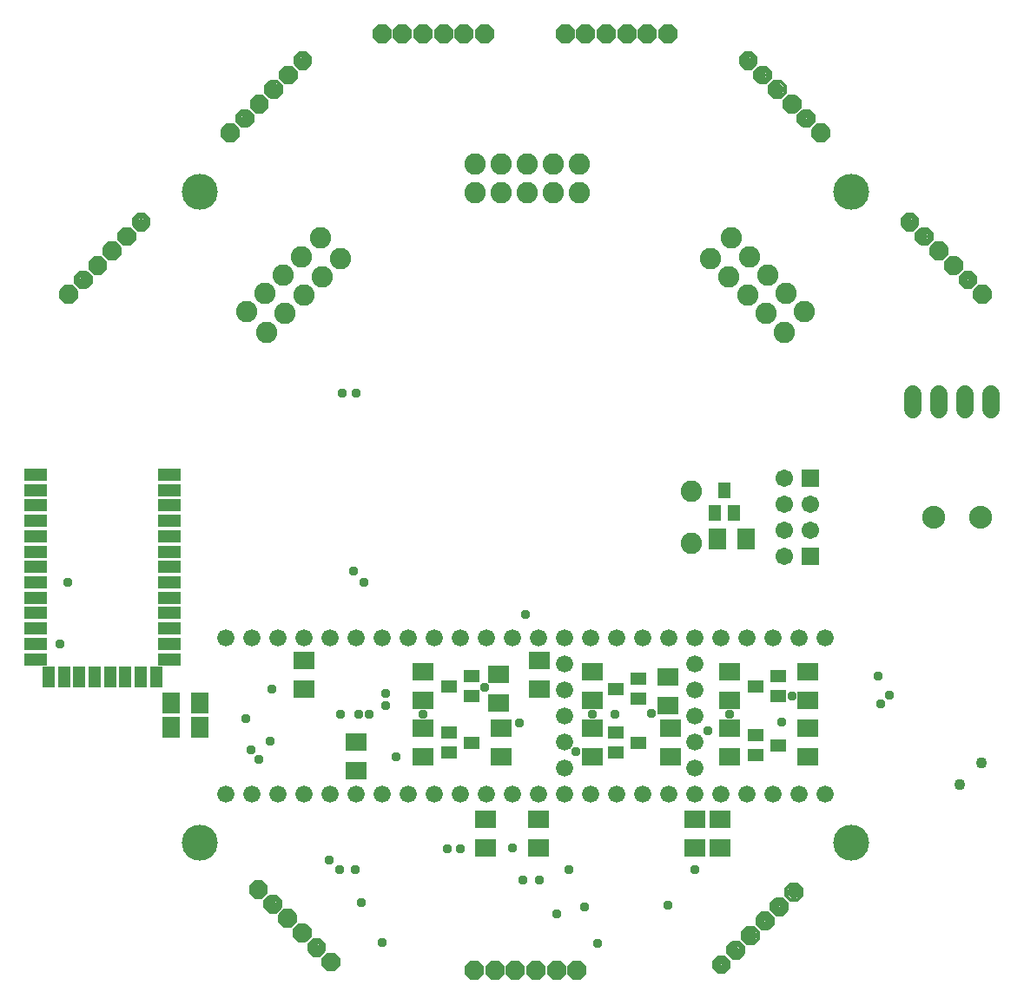
<source format=gbs>
G75*
%MOIN*%
%OFA0B0*%
%FSLAX25Y25*%
%IPPOS*%
%LPD*%
%AMOC8*
5,1,8,0,0,1.08239X$1,22.5*
%
%ADD10C,0.06800*%
%ADD11C,0.08200*%
%ADD12C,0.08800*%
%ADD13C,0.01480*%
%ADD14OC8,0.07400*%
%ADD15R,0.06312X0.04737*%
%ADD16R,0.07887X0.07099*%
%ADD17R,0.07099X0.07887*%
%ADD18C,0.04343*%
%ADD19C,0.06600*%
%ADD20R,0.08674X0.04737*%
%ADD21R,0.04737X0.07887*%
%ADD22R,0.06737X0.06737*%
%ADD23C,0.06737*%
%ADD24R,0.04737X0.06312*%
%ADD25C,0.13792*%
%ADD26C,0.03778*%
D10*
X0346972Y0281031D02*
X0346972Y0287031D01*
X0356972Y0287031D02*
X0356972Y0281031D01*
X0366972Y0281031D02*
X0366972Y0287031D01*
X0376972Y0287031D02*
X0376972Y0281031D01*
D11*
X0305456Y0318562D03*
X0298385Y0325633D03*
X0291314Y0332704D03*
X0284243Y0339775D03*
X0277172Y0346846D03*
X0269394Y0339068D03*
X0276465Y0331997D03*
X0283536Y0324926D03*
X0290607Y0317855D03*
X0297678Y0310784D03*
X0261835Y0249740D03*
X0261835Y0229740D03*
X0127307Y0339068D03*
X0120236Y0331997D03*
X0113165Y0324926D03*
X0106094Y0317855D03*
X0099023Y0310784D03*
X0091244Y0318562D03*
X0098315Y0325633D03*
X0105386Y0332704D03*
X0112458Y0339775D03*
X0119529Y0346846D03*
X0178843Y0364161D03*
X0178843Y0375161D03*
X0188843Y0375161D03*
X0198843Y0375161D03*
X0208843Y0375161D03*
X0218843Y0375161D03*
X0218843Y0364161D03*
X0208843Y0364161D03*
X0198843Y0364161D03*
X0188843Y0364161D03*
D12*
X0355055Y0239740D03*
X0373055Y0239740D03*
D13*
X0095362Y0098890D02*
X0094622Y0099630D01*
X0097074Y0099630D01*
X0098807Y0097897D01*
X0098807Y0095445D01*
X0097074Y0093712D01*
X0094622Y0093712D01*
X0092889Y0095445D01*
X0092889Y0097897D01*
X0094622Y0099630D01*
X0095082Y0098520D01*
X0096614Y0098520D01*
X0097697Y0097437D01*
X0097697Y0095905D01*
X0096614Y0094822D01*
X0095082Y0094822D01*
X0093999Y0095905D01*
X0093999Y0097437D01*
X0095082Y0098520D01*
X0095542Y0097410D01*
X0096154Y0097410D01*
X0096587Y0096977D01*
X0096587Y0096365D01*
X0096154Y0095932D01*
X0095542Y0095932D01*
X0095109Y0096365D01*
X0095109Y0096977D01*
X0095542Y0097410D01*
X0100930Y0093323D02*
X0100190Y0094063D01*
X0102642Y0094063D01*
X0104375Y0092330D01*
X0104375Y0089878D01*
X0102642Y0088145D01*
X0100190Y0088145D01*
X0098457Y0089878D01*
X0098457Y0092330D01*
X0100190Y0094063D01*
X0100650Y0092953D01*
X0102182Y0092953D01*
X0103265Y0091870D01*
X0103265Y0090338D01*
X0102182Y0089255D01*
X0100650Y0089255D01*
X0099567Y0090338D01*
X0099567Y0091870D01*
X0100650Y0092953D01*
X0101110Y0091843D01*
X0101722Y0091843D01*
X0102155Y0091410D01*
X0102155Y0090798D01*
X0101722Y0090365D01*
X0101110Y0090365D01*
X0100677Y0090798D01*
X0100677Y0091410D01*
X0101110Y0091843D01*
X0106498Y0087755D02*
X0105758Y0088495D01*
X0108210Y0088495D01*
X0109943Y0086762D01*
X0109943Y0084310D01*
X0108210Y0082577D01*
X0105758Y0082577D01*
X0104025Y0084310D01*
X0104025Y0086762D01*
X0105758Y0088495D01*
X0106218Y0087385D01*
X0107750Y0087385D01*
X0108833Y0086302D01*
X0108833Y0084770D01*
X0107750Y0083687D01*
X0106218Y0083687D01*
X0105135Y0084770D01*
X0105135Y0086302D01*
X0106218Y0087385D01*
X0106678Y0086275D01*
X0107290Y0086275D01*
X0107723Y0085842D01*
X0107723Y0085230D01*
X0107290Y0084797D01*
X0106678Y0084797D01*
X0106245Y0085230D01*
X0106245Y0085842D01*
X0106678Y0086275D01*
X0112066Y0082187D02*
X0111326Y0082927D01*
X0113778Y0082927D01*
X0115511Y0081194D01*
X0115511Y0078742D01*
X0113778Y0077009D01*
X0111326Y0077009D01*
X0109593Y0078742D01*
X0109593Y0081194D01*
X0111326Y0082927D01*
X0111786Y0081817D01*
X0113318Y0081817D01*
X0114401Y0080734D01*
X0114401Y0079202D01*
X0113318Y0078119D01*
X0111786Y0078119D01*
X0110703Y0079202D01*
X0110703Y0080734D01*
X0111786Y0081817D01*
X0112246Y0080707D01*
X0112858Y0080707D01*
X0113291Y0080274D01*
X0113291Y0079662D01*
X0112858Y0079229D01*
X0112246Y0079229D01*
X0111813Y0079662D01*
X0111813Y0080274D01*
X0112246Y0080707D01*
X0117633Y0076619D02*
X0116893Y0077359D01*
X0119345Y0077359D01*
X0121078Y0075626D01*
X0121078Y0073174D01*
X0119345Y0071441D01*
X0116893Y0071441D01*
X0115160Y0073174D01*
X0115160Y0075626D01*
X0116893Y0077359D01*
X0117353Y0076249D01*
X0118885Y0076249D01*
X0119968Y0075166D01*
X0119968Y0073634D01*
X0118885Y0072551D01*
X0117353Y0072551D01*
X0116270Y0073634D01*
X0116270Y0075166D01*
X0117353Y0076249D01*
X0117813Y0075139D01*
X0118425Y0075139D01*
X0118858Y0074706D01*
X0118858Y0074094D01*
X0118425Y0073661D01*
X0117813Y0073661D01*
X0117380Y0074094D01*
X0117380Y0074706D01*
X0117813Y0075139D01*
X0123201Y0071052D02*
X0122461Y0071792D01*
X0124913Y0071792D01*
X0126646Y0070059D01*
X0126646Y0067607D01*
X0124913Y0065874D01*
X0122461Y0065874D01*
X0120728Y0067607D01*
X0120728Y0070059D01*
X0122461Y0071792D01*
X0122921Y0070682D01*
X0124453Y0070682D01*
X0125536Y0069599D01*
X0125536Y0068067D01*
X0124453Y0066984D01*
X0122921Y0066984D01*
X0121838Y0068067D01*
X0121838Y0069599D01*
X0122921Y0070682D01*
X0123381Y0069572D01*
X0123993Y0069572D01*
X0124426Y0069139D01*
X0124426Y0068527D01*
X0123993Y0068094D01*
X0123381Y0068094D01*
X0122948Y0068527D01*
X0122948Y0069139D01*
X0123381Y0069572D01*
X0271287Y0067362D02*
X0270547Y0066622D01*
X0270547Y0069074D01*
X0272280Y0070807D01*
X0274732Y0070807D01*
X0276465Y0069074D01*
X0276465Y0066622D01*
X0274732Y0064889D01*
X0272280Y0064889D01*
X0270547Y0066622D01*
X0271657Y0067082D01*
X0271657Y0068614D01*
X0272740Y0069697D01*
X0274272Y0069697D01*
X0275355Y0068614D01*
X0275355Y0067082D01*
X0274272Y0065999D01*
X0272740Y0065999D01*
X0271657Y0067082D01*
X0272767Y0067542D01*
X0272767Y0068154D01*
X0273200Y0068587D01*
X0273812Y0068587D01*
X0274245Y0068154D01*
X0274245Y0067542D01*
X0273812Y0067109D01*
X0273200Y0067109D01*
X0272767Y0067542D01*
X0276855Y0072930D02*
X0276115Y0072190D01*
X0276115Y0074642D01*
X0277848Y0076375D01*
X0280300Y0076375D01*
X0282033Y0074642D01*
X0282033Y0072190D01*
X0280300Y0070457D01*
X0277848Y0070457D01*
X0276115Y0072190D01*
X0277225Y0072650D01*
X0277225Y0074182D01*
X0278308Y0075265D01*
X0279840Y0075265D01*
X0280923Y0074182D01*
X0280923Y0072650D01*
X0279840Y0071567D01*
X0278308Y0071567D01*
X0277225Y0072650D01*
X0278335Y0073110D01*
X0278335Y0073722D01*
X0278768Y0074155D01*
X0279380Y0074155D01*
X0279813Y0073722D01*
X0279813Y0073110D01*
X0279380Y0072677D01*
X0278768Y0072677D01*
X0278335Y0073110D01*
X0282422Y0078498D02*
X0281682Y0077758D01*
X0281682Y0080210D01*
X0283415Y0081943D01*
X0285867Y0081943D01*
X0287600Y0080210D01*
X0287600Y0077758D01*
X0285867Y0076025D01*
X0283415Y0076025D01*
X0281682Y0077758D01*
X0282792Y0078218D01*
X0282792Y0079750D01*
X0283875Y0080833D01*
X0285407Y0080833D01*
X0286490Y0079750D01*
X0286490Y0078218D01*
X0285407Y0077135D01*
X0283875Y0077135D01*
X0282792Y0078218D01*
X0283902Y0078678D01*
X0283902Y0079290D01*
X0284335Y0079723D01*
X0284947Y0079723D01*
X0285380Y0079290D01*
X0285380Y0078678D01*
X0284947Y0078245D01*
X0284335Y0078245D01*
X0283902Y0078678D01*
X0287990Y0084066D02*
X0287250Y0083326D01*
X0287250Y0085778D01*
X0288983Y0087511D01*
X0291435Y0087511D01*
X0293168Y0085778D01*
X0293168Y0083326D01*
X0291435Y0081593D01*
X0288983Y0081593D01*
X0287250Y0083326D01*
X0288360Y0083786D01*
X0288360Y0085318D01*
X0289443Y0086401D01*
X0290975Y0086401D01*
X0292058Y0085318D01*
X0292058Y0083786D01*
X0290975Y0082703D01*
X0289443Y0082703D01*
X0288360Y0083786D01*
X0289470Y0084246D01*
X0289470Y0084858D01*
X0289903Y0085291D01*
X0290515Y0085291D01*
X0290948Y0084858D01*
X0290948Y0084246D01*
X0290515Y0083813D01*
X0289903Y0083813D01*
X0289470Y0084246D01*
X0293558Y0089633D02*
X0292818Y0088893D01*
X0292818Y0091345D01*
X0294551Y0093078D01*
X0297003Y0093078D01*
X0298736Y0091345D01*
X0298736Y0088893D01*
X0297003Y0087160D01*
X0294551Y0087160D01*
X0292818Y0088893D01*
X0293928Y0089353D01*
X0293928Y0090885D01*
X0295011Y0091968D01*
X0296543Y0091968D01*
X0297626Y0090885D01*
X0297626Y0089353D01*
X0296543Y0088270D01*
X0295011Y0088270D01*
X0293928Y0089353D01*
X0295038Y0089813D01*
X0295038Y0090425D01*
X0295471Y0090858D01*
X0296083Y0090858D01*
X0296516Y0090425D01*
X0296516Y0089813D01*
X0296083Y0089380D01*
X0295471Y0089380D01*
X0295038Y0089813D01*
X0299126Y0095201D02*
X0298386Y0094461D01*
X0298386Y0096913D01*
X0300119Y0098646D01*
X0302571Y0098646D01*
X0304304Y0096913D01*
X0304304Y0094461D01*
X0302571Y0092728D01*
X0300119Y0092728D01*
X0298386Y0094461D01*
X0299496Y0094921D01*
X0299496Y0096453D01*
X0300579Y0097536D01*
X0302111Y0097536D01*
X0303194Y0096453D01*
X0303194Y0094921D01*
X0302111Y0093838D01*
X0300579Y0093838D01*
X0299496Y0094921D01*
X0300606Y0095381D01*
X0300606Y0095993D01*
X0301039Y0096426D01*
X0301651Y0096426D01*
X0302084Y0095993D01*
X0302084Y0095381D01*
X0301651Y0094948D01*
X0301039Y0094948D01*
X0300606Y0095381D01*
X0373201Y0327449D02*
X0372461Y0328189D01*
X0374913Y0328189D01*
X0376646Y0326456D01*
X0376646Y0324004D01*
X0374913Y0322271D01*
X0372461Y0322271D01*
X0370728Y0324004D01*
X0370728Y0326456D01*
X0372461Y0328189D01*
X0372921Y0327079D01*
X0374453Y0327079D01*
X0375536Y0325996D01*
X0375536Y0324464D01*
X0374453Y0323381D01*
X0372921Y0323381D01*
X0371838Y0324464D01*
X0371838Y0325996D01*
X0372921Y0327079D01*
X0373381Y0325969D01*
X0373993Y0325969D01*
X0374426Y0325536D01*
X0374426Y0324924D01*
X0373993Y0324491D01*
X0373381Y0324491D01*
X0372948Y0324924D01*
X0372948Y0325536D01*
X0373381Y0325969D01*
X0367633Y0333017D02*
X0366893Y0333757D01*
X0369345Y0333757D01*
X0371078Y0332024D01*
X0371078Y0329572D01*
X0369345Y0327839D01*
X0366893Y0327839D01*
X0365160Y0329572D01*
X0365160Y0332024D01*
X0366893Y0333757D01*
X0367353Y0332647D01*
X0368885Y0332647D01*
X0369968Y0331564D01*
X0369968Y0330032D01*
X0368885Y0328949D01*
X0367353Y0328949D01*
X0366270Y0330032D01*
X0366270Y0331564D01*
X0367353Y0332647D01*
X0367813Y0331537D01*
X0368425Y0331537D01*
X0368858Y0331104D01*
X0368858Y0330492D01*
X0368425Y0330059D01*
X0367813Y0330059D01*
X0367380Y0330492D01*
X0367380Y0331104D01*
X0367813Y0331537D01*
X0362066Y0338585D02*
X0361326Y0339325D01*
X0363778Y0339325D01*
X0365511Y0337592D01*
X0365511Y0335140D01*
X0363778Y0333407D01*
X0361326Y0333407D01*
X0359593Y0335140D01*
X0359593Y0337592D01*
X0361326Y0339325D01*
X0361786Y0338215D01*
X0363318Y0338215D01*
X0364401Y0337132D01*
X0364401Y0335600D01*
X0363318Y0334517D01*
X0361786Y0334517D01*
X0360703Y0335600D01*
X0360703Y0337132D01*
X0361786Y0338215D01*
X0362246Y0337105D01*
X0362858Y0337105D01*
X0363291Y0336672D01*
X0363291Y0336060D01*
X0362858Y0335627D01*
X0362246Y0335627D01*
X0361813Y0336060D01*
X0361813Y0336672D01*
X0362246Y0337105D01*
X0356498Y0344152D02*
X0355758Y0344892D01*
X0358210Y0344892D01*
X0359943Y0343159D01*
X0359943Y0340707D01*
X0358210Y0338974D01*
X0355758Y0338974D01*
X0354025Y0340707D01*
X0354025Y0343159D01*
X0355758Y0344892D01*
X0356218Y0343782D01*
X0357750Y0343782D01*
X0358833Y0342699D01*
X0358833Y0341167D01*
X0357750Y0340084D01*
X0356218Y0340084D01*
X0355135Y0341167D01*
X0355135Y0342699D01*
X0356218Y0343782D01*
X0356678Y0342672D01*
X0357290Y0342672D01*
X0357723Y0342239D01*
X0357723Y0341627D01*
X0357290Y0341194D01*
X0356678Y0341194D01*
X0356245Y0341627D01*
X0356245Y0342239D01*
X0356678Y0342672D01*
X0350930Y0349720D02*
X0350190Y0350460D01*
X0352642Y0350460D01*
X0354375Y0348727D01*
X0354375Y0346275D01*
X0352642Y0344542D01*
X0350190Y0344542D01*
X0348457Y0346275D01*
X0348457Y0348727D01*
X0350190Y0350460D01*
X0350650Y0349350D01*
X0352182Y0349350D01*
X0353265Y0348267D01*
X0353265Y0346735D01*
X0352182Y0345652D01*
X0350650Y0345652D01*
X0349567Y0346735D01*
X0349567Y0348267D01*
X0350650Y0349350D01*
X0351110Y0348240D01*
X0351722Y0348240D01*
X0352155Y0347807D01*
X0352155Y0347195D01*
X0351722Y0346762D01*
X0351110Y0346762D01*
X0350677Y0347195D01*
X0350677Y0347807D01*
X0351110Y0348240D01*
X0345362Y0355288D02*
X0344622Y0356028D01*
X0347074Y0356028D01*
X0348807Y0354295D01*
X0348807Y0351843D01*
X0347074Y0350110D01*
X0344622Y0350110D01*
X0342889Y0351843D01*
X0342889Y0354295D01*
X0344622Y0356028D01*
X0345082Y0354918D01*
X0346614Y0354918D01*
X0347697Y0353835D01*
X0347697Y0352303D01*
X0346614Y0351220D01*
X0345082Y0351220D01*
X0343999Y0352303D01*
X0343999Y0353835D01*
X0345082Y0354918D01*
X0345542Y0353808D01*
X0346154Y0353808D01*
X0346587Y0353375D01*
X0346587Y0352763D01*
X0346154Y0352330D01*
X0345542Y0352330D01*
X0345109Y0352763D01*
X0345109Y0353375D01*
X0345542Y0353808D01*
X0311193Y0389457D02*
X0310453Y0390197D01*
X0312905Y0390197D01*
X0314638Y0388464D01*
X0314638Y0386012D01*
X0312905Y0384279D01*
X0310453Y0384279D01*
X0308720Y0386012D01*
X0308720Y0388464D01*
X0310453Y0390197D01*
X0310913Y0389087D01*
X0312445Y0389087D01*
X0313528Y0388004D01*
X0313528Y0386472D01*
X0312445Y0385389D01*
X0310913Y0385389D01*
X0309830Y0386472D01*
X0309830Y0388004D01*
X0310913Y0389087D01*
X0311373Y0387977D01*
X0311985Y0387977D01*
X0312418Y0387544D01*
X0312418Y0386932D01*
X0311985Y0386499D01*
X0311373Y0386499D01*
X0310940Y0386932D01*
X0310940Y0387544D01*
X0311373Y0387977D01*
X0305625Y0395025D02*
X0304885Y0395765D01*
X0307337Y0395765D01*
X0309070Y0394032D01*
X0309070Y0391580D01*
X0307337Y0389847D01*
X0304885Y0389847D01*
X0303152Y0391580D01*
X0303152Y0394032D01*
X0304885Y0395765D01*
X0305345Y0394655D01*
X0306877Y0394655D01*
X0307960Y0393572D01*
X0307960Y0392040D01*
X0306877Y0390957D01*
X0305345Y0390957D01*
X0304262Y0392040D01*
X0304262Y0393572D01*
X0305345Y0394655D01*
X0305805Y0393545D01*
X0306417Y0393545D01*
X0306850Y0393112D01*
X0306850Y0392500D01*
X0306417Y0392067D01*
X0305805Y0392067D01*
X0305372Y0392500D01*
X0305372Y0393112D01*
X0305805Y0393545D01*
X0300058Y0400593D02*
X0299318Y0401333D01*
X0301770Y0401333D01*
X0303503Y0399600D01*
X0303503Y0397148D01*
X0301770Y0395415D01*
X0299318Y0395415D01*
X0297585Y0397148D01*
X0297585Y0399600D01*
X0299318Y0401333D01*
X0299778Y0400223D01*
X0301310Y0400223D01*
X0302393Y0399140D01*
X0302393Y0397608D01*
X0301310Y0396525D01*
X0299778Y0396525D01*
X0298695Y0397608D01*
X0298695Y0399140D01*
X0299778Y0400223D01*
X0300238Y0399113D01*
X0300850Y0399113D01*
X0301283Y0398680D01*
X0301283Y0398068D01*
X0300850Y0397635D01*
X0300238Y0397635D01*
X0299805Y0398068D01*
X0299805Y0398680D01*
X0300238Y0399113D01*
X0294490Y0406160D02*
X0293750Y0406900D01*
X0296202Y0406900D01*
X0297935Y0405167D01*
X0297935Y0402715D01*
X0296202Y0400982D01*
X0293750Y0400982D01*
X0292017Y0402715D01*
X0292017Y0405167D01*
X0293750Y0406900D01*
X0294210Y0405790D01*
X0295742Y0405790D01*
X0296825Y0404707D01*
X0296825Y0403175D01*
X0295742Y0402092D01*
X0294210Y0402092D01*
X0293127Y0403175D01*
X0293127Y0404707D01*
X0294210Y0405790D01*
X0294670Y0404680D01*
X0295282Y0404680D01*
X0295715Y0404247D01*
X0295715Y0403635D01*
X0295282Y0403202D01*
X0294670Y0403202D01*
X0294237Y0403635D01*
X0294237Y0404247D01*
X0294670Y0404680D01*
X0288922Y0411728D02*
X0288182Y0412468D01*
X0290634Y0412468D01*
X0292367Y0410735D01*
X0292367Y0408283D01*
X0290634Y0406550D01*
X0288182Y0406550D01*
X0286449Y0408283D01*
X0286449Y0410735D01*
X0288182Y0412468D01*
X0288642Y0411358D01*
X0290174Y0411358D01*
X0291257Y0410275D01*
X0291257Y0408743D01*
X0290174Y0407660D01*
X0288642Y0407660D01*
X0287559Y0408743D01*
X0287559Y0410275D01*
X0288642Y0411358D01*
X0289102Y0410248D01*
X0289714Y0410248D01*
X0290147Y0409815D01*
X0290147Y0409203D01*
X0289714Y0408770D01*
X0289102Y0408770D01*
X0288669Y0409203D01*
X0288669Y0409815D01*
X0289102Y0410248D01*
X0283354Y0417296D02*
X0282614Y0418036D01*
X0285066Y0418036D01*
X0286799Y0416303D01*
X0286799Y0413851D01*
X0285066Y0412118D01*
X0282614Y0412118D01*
X0280881Y0413851D01*
X0280881Y0416303D01*
X0282614Y0418036D01*
X0283074Y0416926D01*
X0284606Y0416926D01*
X0285689Y0415843D01*
X0285689Y0414311D01*
X0284606Y0413228D01*
X0283074Y0413228D01*
X0281991Y0414311D01*
X0281991Y0415843D01*
X0283074Y0416926D01*
X0283534Y0415816D01*
X0284146Y0415816D01*
X0284579Y0415383D01*
X0284579Y0414771D01*
X0284146Y0414338D01*
X0283534Y0414338D01*
X0283101Y0414771D01*
X0283101Y0415383D01*
X0283534Y0415816D01*
X0110641Y0414591D02*
X0109901Y0413851D01*
X0109901Y0416303D01*
X0111634Y0418036D01*
X0114086Y0418036D01*
X0115819Y0416303D01*
X0115819Y0413851D01*
X0114086Y0412118D01*
X0111634Y0412118D01*
X0109901Y0413851D01*
X0111011Y0414311D01*
X0111011Y0415843D01*
X0112094Y0416926D01*
X0113626Y0416926D01*
X0114709Y0415843D01*
X0114709Y0414311D01*
X0113626Y0413228D01*
X0112094Y0413228D01*
X0111011Y0414311D01*
X0112121Y0414771D01*
X0112121Y0415383D01*
X0112554Y0415816D01*
X0113166Y0415816D01*
X0113599Y0415383D01*
X0113599Y0414771D01*
X0113166Y0414338D01*
X0112554Y0414338D01*
X0112121Y0414771D01*
X0105074Y0409023D02*
X0104334Y0408283D01*
X0104334Y0410735D01*
X0106067Y0412468D01*
X0108519Y0412468D01*
X0110252Y0410735D01*
X0110252Y0408283D01*
X0108519Y0406550D01*
X0106067Y0406550D01*
X0104334Y0408283D01*
X0105444Y0408743D01*
X0105444Y0410275D01*
X0106527Y0411358D01*
X0108059Y0411358D01*
X0109142Y0410275D01*
X0109142Y0408743D01*
X0108059Y0407660D01*
X0106527Y0407660D01*
X0105444Y0408743D01*
X0106554Y0409203D01*
X0106554Y0409815D01*
X0106987Y0410248D01*
X0107599Y0410248D01*
X0108032Y0409815D01*
X0108032Y0409203D01*
X0107599Y0408770D01*
X0106987Y0408770D01*
X0106554Y0409203D01*
X0099506Y0403455D02*
X0098766Y0402715D01*
X0098766Y0405167D01*
X0100499Y0406900D01*
X0102951Y0406900D01*
X0104684Y0405167D01*
X0104684Y0402715D01*
X0102951Y0400982D01*
X0100499Y0400982D01*
X0098766Y0402715D01*
X0099876Y0403175D01*
X0099876Y0404707D01*
X0100959Y0405790D01*
X0102491Y0405790D01*
X0103574Y0404707D01*
X0103574Y0403175D01*
X0102491Y0402092D01*
X0100959Y0402092D01*
X0099876Y0403175D01*
X0100986Y0403635D01*
X0100986Y0404247D01*
X0101419Y0404680D01*
X0102031Y0404680D01*
X0102464Y0404247D01*
X0102464Y0403635D01*
X0102031Y0403202D01*
X0101419Y0403202D01*
X0100986Y0403635D01*
X0093938Y0397888D02*
X0093198Y0397148D01*
X0093198Y0399600D01*
X0094931Y0401333D01*
X0097383Y0401333D01*
X0099116Y0399600D01*
X0099116Y0397148D01*
X0097383Y0395415D01*
X0094931Y0395415D01*
X0093198Y0397148D01*
X0094308Y0397608D01*
X0094308Y0399140D01*
X0095391Y0400223D01*
X0096923Y0400223D01*
X0098006Y0399140D01*
X0098006Y0397608D01*
X0096923Y0396525D01*
X0095391Y0396525D01*
X0094308Y0397608D01*
X0095418Y0398068D01*
X0095418Y0398680D01*
X0095851Y0399113D01*
X0096463Y0399113D01*
X0096896Y0398680D01*
X0096896Y0398068D01*
X0096463Y0397635D01*
X0095851Y0397635D01*
X0095418Y0398068D01*
X0088370Y0392320D02*
X0087630Y0391580D01*
X0087630Y0394032D01*
X0089363Y0395765D01*
X0091815Y0395765D01*
X0093548Y0394032D01*
X0093548Y0391580D01*
X0091815Y0389847D01*
X0089363Y0389847D01*
X0087630Y0391580D01*
X0088740Y0392040D01*
X0088740Y0393572D01*
X0089823Y0394655D01*
X0091355Y0394655D01*
X0092438Y0393572D01*
X0092438Y0392040D01*
X0091355Y0390957D01*
X0089823Y0390957D01*
X0088740Y0392040D01*
X0089850Y0392500D01*
X0089850Y0393112D01*
X0090283Y0393545D01*
X0090895Y0393545D01*
X0091328Y0393112D01*
X0091328Y0392500D01*
X0090895Y0392067D01*
X0090283Y0392067D01*
X0089850Y0392500D01*
X0082803Y0386752D02*
X0082063Y0386012D01*
X0082063Y0388464D01*
X0083796Y0390197D01*
X0086248Y0390197D01*
X0087981Y0388464D01*
X0087981Y0386012D01*
X0086248Y0384279D01*
X0083796Y0384279D01*
X0082063Y0386012D01*
X0083173Y0386472D01*
X0083173Y0388004D01*
X0084256Y0389087D01*
X0085788Y0389087D01*
X0086871Y0388004D01*
X0086871Y0386472D01*
X0085788Y0385389D01*
X0084256Y0385389D01*
X0083173Y0386472D01*
X0084283Y0386932D01*
X0084283Y0387544D01*
X0084716Y0387977D01*
X0085328Y0387977D01*
X0085761Y0387544D01*
X0085761Y0386932D01*
X0085328Y0386499D01*
X0084716Y0386499D01*
X0084283Y0386932D01*
X0048633Y0352583D02*
X0047893Y0351843D01*
X0047893Y0354295D01*
X0049626Y0356028D01*
X0052078Y0356028D01*
X0053811Y0354295D01*
X0053811Y0351843D01*
X0052078Y0350110D01*
X0049626Y0350110D01*
X0047893Y0351843D01*
X0049003Y0352303D01*
X0049003Y0353835D01*
X0050086Y0354918D01*
X0051618Y0354918D01*
X0052701Y0353835D01*
X0052701Y0352303D01*
X0051618Y0351220D01*
X0050086Y0351220D01*
X0049003Y0352303D01*
X0050113Y0352763D01*
X0050113Y0353375D01*
X0050546Y0353808D01*
X0051158Y0353808D01*
X0051591Y0353375D01*
X0051591Y0352763D01*
X0051158Y0352330D01*
X0050546Y0352330D01*
X0050113Y0352763D01*
X0043066Y0347015D02*
X0042326Y0346275D01*
X0042326Y0348727D01*
X0044059Y0350460D01*
X0046511Y0350460D01*
X0048244Y0348727D01*
X0048244Y0346275D01*
X0046511Y0344542D01*
X0044059Y0344542D01*
X0042326Y0346275D01*
X0043436Y0346735D01*
X0043436Y0348267D01*
X0044519Y0349350D01*
X0046051Y0349350D01*
X0047134Y0348267D01*
X0047134Y0346735D01*
X0046051Y0345652D01*
X0044519Y0345652D01*
X0043436Y0346735D01*
X0044546Y0347195D01*
X0044546Y0347807D01*
X0044979Y0348240D01*
X0045591Y0348240D01*
X0046024Y0347807D01*
X0046024Y0347195D01*
X0045591Y0346762D01*
X0044979Y0346762D01*
X0044546Y0347195D01*
X0037498Y0341447D02*
X0036758Y0340707D01*
X0036758Y0343159D01*
X0038491Y0344892D01*
X0040943Y0344892D01*
X0042676Y0343159D01*
X0042676Y0340707D01*
X0040943Y0338974D01*
X0038491Y0338974D01*
X0036758Y0340707D01*
X0037868Y0341167D01*
X0037868Y0342699D01*
X0038951Y0343782D01*
X0040483Y0343782D01*
X0041566Y0342699D01*
X0041566Y0341167D01*
X0040483Y0340084D01*
X0038951Y0340084D01*
X0037868Y0341167D01*
X0038978Y0341627D01*
X0038978Y0342239D01*
X0039411Y0342672D01*
X0040023Y0342672D01*
X0040456Y0342239D01*
X0040456Y0341627D01*
X0040023Y0341194D01*
X0039411Y0341194D01*
X0038978Y0341627D01*
X0031930Y0335880D02*
X0031190Y0335140D01*
X0031190Y0337592D01*
X0032923Y0339325D01*
X0035375Y0339325D01*
X0037108Y0337592D01*
X0037108Y0335140D01*
X0035375Y0333407D01*
X0032923Y0333407D01*
X0031190Y0335140D01*
X0032300Y0335600D01*
X0032300Y0337132D01*
X0033383Y0338215D01*
X0034915Y0338215D01*
X0035998Y0337132D01*
X0035998Y0335600D01*
X0034915Y0334517D01*
X0033383Y0334517D01*
X0032300Y0335600D01*
X0033410Y0336060D01*
X0033410Y0336672D01*
X0033843Y0337105D01*
X0034455Y0337105D01*
X0034888Y0336672D01*
X0034888Y0336060D01*
X0034455Y0335627D01*
X0033843Y0335627D01*
X0033410Y0336060D01*
X0026362Y0330312D02*
X0025622Y0329572D01*
X0025622Y0332024D01*
X0027355Y0333757D01*
X0029807Y0333757D01*
X0031540Y0332024D01*
X0031540Y0329572D01*
X0029807Y0327839D01*
X0027355Y0327839D01*
X0025622Y0329572D01*
X0026732Y0330032D01*
X0026732Y0331564D01*
X0027815Y0332647D01*
X0029347Y0332647D01*
X0030430Y0331564D01*
X0030430Y0330032D01*
X0029347Y0328949D01*
X0027815Y0328949D01*
X0026732Y0330032D01*
X0027842Y0330492D01*
X0027842Y0331104D01*
X0028275Y0331537D01*
X0028887Y0331537D01*
X0029320Y0331104D01*
X0029320Y0330492D01*
X0028887Y0330059D01*
X0028275Y0330059D01*
X0027842Y0330492D01*
X0020795Y0324744D02*
X0020055Y0324004D01*
X0020055Y0326456D01*
X0021788Y0328189D01*
X0024240Y0328189D01*
X0025973Y0326456D01*
X0025973Y0324004D01*
X0024240Y0322271D01*
X0021788Y0322271D01*
X0020055Y0324004D01*
X0021165Y0324464D01*
X0021165Y0325996D01*
X0022248Y0327079D01*
X0023780Y0327079D01*
X0024863Y0325996D01*
X0024863Y0324464D01*
X0023780Y0323381D01*
X0022248Y0323381D01*
X0021165Y0324464D01*
X0022275Y0324924D01*
X0022275Y0325536D01*
X0022708Y0325969D01*
X0023320Y0325969D01*
X0023753Y0325536D01*
X0023753Y0324924D01*
X0023320Y0324491D01*
X0022708Y0324491D01*
X0022275Y0324924D01*
D14*
X0143232Y0425272D03*
X0151106Y0425272D03*
X0158980Y0425272D03*
X0166854Y0425272D03*
X0174728Y0425272D03*
X0182602Y0425272D03*
X0213606Y0425272D03*
X0221480Y0425272D03*
X0229354Y0425272D03*
X0237228Y0425272D03*
X0245102Y0425272D03*
X0252976Y0425272D03*
X0218035Y0065528D03*
X0210161Y0065528D03*
X0202287Y0065528D03*
X0194413Y0065528D03*
X0186539Y0065528D03*
X0178665Y0065528D03*
D15*
X0168921Y0149386D03*
X0168921Y0156866D03*
X0177583Y0153126D03*
X0177583Y0171039D03*
X0177583Y0178520D03*
X0168921Y0174780D03*
X0232898Y0173795D03*
X0241559Y0170055D03*
X0241559Y0177535D03*
X0232898Y0156866D03*
X0232898Y0149386D03*
X0241559Y0153126D03*
X0286539Y0155882D03*
X0286539Y0148402D03*
X0295201Y0152142D03*
X0295201Y0171039D03*
X0295201Y0178520D03*
X0286539Y0174780D03*
D16*
X0276598Y0180291D03*
X0276598Y0169268D03*
X0276598Y0158638D03*
X0276598Y0147614D03*
X0253961Y0147614D03*
X0253961Y0158638D03*
X0252976Y0167299D03*
X0252976Y0178323D03*
X0223941Y0180291D03*
X0223941Y0169268D03*
X0223941Y0158638D03*
X0223941Y0147614D03*
X0203272Y0123697D03*
X0203272Y0112673D03*
X0183094Y0112673D03*
X0183094Y0123697D03*
X0189000Y0147614D03*
X0189000Y0158638D03*
X0188016Y0168283D03*
X0188016Y0179307D03*
X0203764Y0184720D03*
X0203764Y0173697D03*
X0158980Y0169268D03*
X0158980Y0158638D03*
X0158980Y0147614D03*
X0133390Y0142201D03*
X0133390Y0153224D03*
X0113213Y0173697D03*
X0113213Y0184720D03*
X0158980Y0180291D03*
X0263311Y0123697D03*
X0273154Y0123697D03*
X0273154Y0112673D03*
X0263311Y0112673D03*
X0306618Y0147614D03*
X0306618Y0158638D03*
X0306618Y0169268D03*
X0306618Y0180291D03*
D17*
X0283094Y0231374D03*
X0272071Y0231374D03*
X0073449Y0168382D03*
X0073449Y0159031D03*
X0062425Y0159031D03*
X0062425Y0168382D03*
D18*
X0364942Y0137139D03*
X0373294Y0145491D03*
D19*
X0313272Y0133461D03*
X0303272Y0133461D03*
X0293272Y0133461D03*
X0283272Y0133461D03*
X0273272Y0133461D03*
X0263272Y0133461D03*
X0263272Y0143461D03*
X0253272Y0133461D03*
X0243272Y0133461D03*
X0233272Y0133461D03*
X0223272Y0133461D03*
X0213272Y0133461D03*
X0213272Y0143461D03*
X0203272Y0133461D03*
X0193272Y0133461D03*
X0183272Y0133461D03*
X0173272Y0133461D03*
X0163272Y0133461D03*
X0153272Y0133461D03*
X0143272Y0133461D03*
X0133272Y0133461D03*
X0123272Y0133461D03*
X0113272Y0133461D03*
X0103272Y0133461D03*
X0093272Y0133461D03*
X0083272Y0133461D03*
X0083272Y0193461D03*
X0093272Y0193461D03*
X0103272Y0193461D03*
X0113272Y0193461D03*
X0123272Y0193461D03*
X0133272Y0193461D03*
X0143272Y0193461D03*
X0153272Y0193461D03*
X0163272Y0193461D03*
X0173272Y0193461D03*
X0183272Y0193461D03*
X0193272Y0193461D03*
X0203272Y0193461D03*
X0213272Y0193461D03*
X0223272Y0193461D03*
X0233272Y0193461D03*
X0243272Y0193461D03*
X0253272Y0193461D03*
X0263272Y0193461D03*
X0273272Y0193461D03*
X0283272Y0193461D03*
X0293272Y0193461D03*
X0303272Y0193461D03*
X0313272Y0193461D03*
X0263272Y0183461D03*
X0263272Y0173461D03*
X0263272Y0163461D03*
X0263272Y0153461D03*
X0213272Y0153461D03*
X0213272Y0163461D03*
X0213272Y0173461D03*
X0213272Y0183461D03*
D20*
X0061539Y0185114D03*
X0061539Y0191020D03*
X0061539Y0196925D03*
X0061539Y0202831D03*
X0061539Y0208736D03*
X0061539Y0214642D03*
X0061539Y0220547D03*
X0061539Y0226453D03*
X0061539Y0232358D03*
X0061539Y0238264D03*
X0061539Y0244169D03*
X0061539Y0250075D03*
X0061539Y0255980D03*
X0010358Y0255980D03*
X0010358Y0250075D03*
X0010358Y0244169D03*
X0010358Y0238264D03*
X0010358Y0232358D03*
X0010358Y0226453D03*
X0010358Y0220547D03*
X0010358Y0214642D03*
X0010358Y0208736D03*
X0010358Y0202831D03*
X0010358Y0196925D03*
X0010358Y0191020D03*
X0010358Y0185114D03*
D21*
X0015280Y0178224D03*
X0021185Y0178224D03*
X0027091Y0178224D03*
X0032996Y0178224D03*
X0038902Y0178224D03*
X0044807Y0178224D03*
X0050713Y0178224D03*
X0056618Y0178224D03*
D22*
X0307681Y0224740D03*
X0307681Y0254740D03*
D23*
X0307681Y0244740D03*
X0307681Y0234740D03*
X0297681Y0234740D03*
X0297681Y0224740D03*
X0297681Y0244740D03*
X0297681Y0254740D03*
D24*
X0278370Y0241315D03*
X0270890Y0241315D03*
X0274630Y0249976D03*
D25*
X0323350Y0364740D03*
X0073350Y0364740D03*
X0073350Y0114740D03*
X0323350Y0114740D03*
D26*
X0296776Y0161000D03*
X0300713Y0171039D03*
X0276598Y0163953D03*
X0268232Y0157555D03*
X0246579Y0164445D03*
X0232799Y0163953D03*
X0223941Y0163953D03*
X0217543Y0149681D03*
X0195890Y0160508D03*
X0182602Y0174287D03*
X0158980Y0163953D03*
X0144709Y0167398D03*
X0144709Y0171827D03*
X0138311Y0163953D03*
X0134374Y0163953D03*
X0127484Y0163953D03*
X0148646Y0147713D03*
X0168331Y0112280D03*
X0173252Y0112280D03*
X0193429Y0112673D03*
X0197366Y0100469D03*
X0203764Y0100469D03*
X0215083Y0104406D03*
X0220988Y0090134D03*
X0210161Y0087181D03*
X0225909Y0075862D03*
X0252976Y0090626D03*
X0263311Y0104406D03*
X0334669Y0167890D03*
X0338114Y0171335D03*
X0333685Y0178717D03*
X0198350Y0202467D03*
X0136343Y0214642D03*
X0132406Y0219071D03*
X0100909Y0173795D03*
X0091067Y0162476D03*
X0100417Y0153618D03*
X0093035Y0150173D03*
X0095988Y0146728D03*
X0123055Y0107850D03*
X0126992Y0104406D03*
X0132898Y0104406D03*
X0135358Y0091610D03*
X0143232Y0076354D03*
X0019709Y0191020D03*
X0022661Y0214642D03*
X0127976Y0287476D03*
X0133390Y0287476D03*
M02*

</source>
